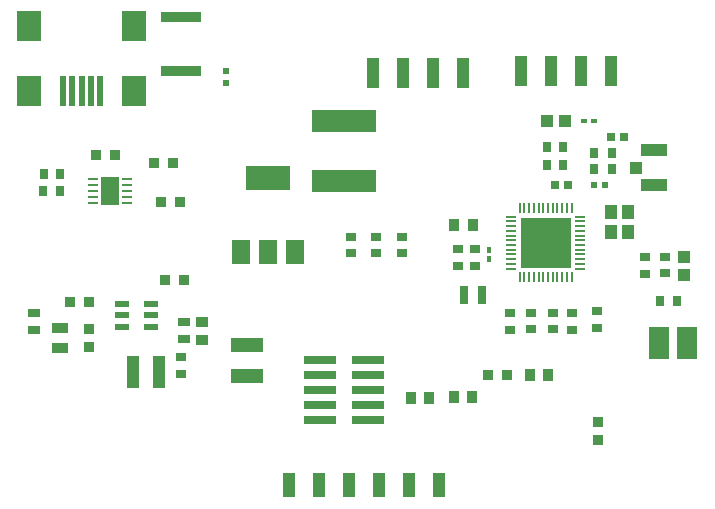
<source format=gtp>
G04 Layer_Color=8421504*
%FSLAX25Y25*%
%MOIN*%
G70*
G01*
G75*
%ADD11R,0.03701X0.02953*%
%ADD12R,0.04331X0.04724*%
%ADD13R,0.01575X0.02461*%
%ADD14R,0.03937X0.09842*%
%ADD15R,0.03347X0.03740*%
%ADD16R,0.02953X0.03701*%
%ADD17R,0.05787X0.03819*%
%ADD18R,0.03858X0.03071*%
%ADD19R,0.21732X0.07323*%
%ADD20R,0.10709X0.04961*%
%ADD21R,0.02362X0.02441*%
%ADD22R,0.13504X0.03347*%
%ADD23R,0.08661X0.04134*%
%ADD24R,0.04134X0.03937*%
%ADD25R,0.03937X0.10630*%
%ADD26R,0.02953X0.02559*%
%ADD27R,0.03937X0.03937*%
%ADD28R,0.03937X0.03937*%
%ADD29R,0.03543X0.03740*%
%ADD30R,0.03740X0.03543*%
%ADD31R,0.03937X0.03347*%
%ADD32R,0.02756X0.03543*%
%ADD33R,0.03661X0.03425*%
%ADD34R,0.02461X0.01575*%
%ADD35R,0.03347X0.03937*%
%ADD36R,0.03307X0.01024*%
%ADD37R,0.05905X0.09252*%
%ADD38R,0.04724X0.02362*%
%ADD39R,0.05900X0.07900*%
%ADD40R,0.15000X0.07900*%
%ADD41R,0.01968X0.09842*%
%ADD42R,0.07874X0.09842*%
%ADD43R,0.01968X0.02362*%
%ADD44R,0.07087X0.10827*%
%ADD45R,0.00866X0.03189*%
%ADD46R,0.03189X0.00866*%
%ADD47R,0.16535X0.16535*%
%ADD48R,0.03150X0.05905*%
%ADD49R,0.03937X0.07874*%
%ADD50R,0.10984X0.02913*%
%ADD51R,0.03740X0.03937*%
G36*
X235395Y98154D02*
X230198D01*
Y103350D01*
X235395D01*
Y98154D01*
D02*
G37*
G36*
X227127D02*
X221930D01*
Y103350D01*
X227127D01*
Y98154D01*
D02*
G37*
G36*
Y106421D02*
X221930D01*
Y111618D01*
X227127D01*
Y106421D01*
D02*
G37*
G36*
X85350Y119083D02*
X81647D01*
Y124913D01*
X85350D01*
Y119083D01*
D02*
G37*
G36*
X235395Y106421D02*
X230198D01*
Y111618D01*
X235395D01*
Y106421D01*
D02*
G37*
D11*
X268360Y100141D02*
D03*
Y94629D02*
D03*
X205000Y102756D02*
D03*
Y97244D02*
D03*
X107000Y66756D02*
D03*
Y61244D02*
D03*
X261844Y99956D02*
D03*
Y94444D02*
D03*
X216900Y75900D02*
D03*
Y81412D02*
D03*
X223800Y81468D02*
D03*
Y75956D02*
D03*
X199500Y102656D02*
D03*
Y97144D02*
D03*
X245700Y76544D02*
D03*
Y82056D02*
D03*
X231000Y81456D02*
D03*
Y75944D02*
D03*
X237400Y81356D02*
D03*
Y75844D02*
D03*
X163700Y106884D02*
D03*
Y101372D02*
D03*
X180700Y106884D02*
D03*
Y101372D02*
D03*
X172200Y106884D02*
D03*
Y101372D02*
D03*
D12*
X250444Y115047D02*
D03*
Y108353D02*
D03*
X255956D02*
D03*
Y115047D02*
D03*
D13*
X209800Y102522D02*
D03*
Y99278D02*
D03*
D14*
X171000Y161500D02*
D03*
X181000D02*
D03*
X191000D02*
D03*
X201000D02*
D03*
X220500Y162000D02*
D03*
X230500D02*
D03*
X240500D02*
D03*
X250500D02*
D03*
D15*
X209350Y60900D02*
D03*
X215650D02*
D03*
X85050Y134200D02*
D03*
X78750D02*
D03*
D16*
X66856Y127700D02*
D03*
X61344D02*
D03*
X61144Y122200D02*
D03*
X66656D02*
D03*
X229044Y130700D02*
D03*
X234556D02*
D03*
X229044Y136700D02*
D03*
X234556D02*
D03*
X272400Y85500D02*
D03*
X266888D02*
D03*
D17*
X66800Y76368D02*
D03*
Y69832D02*
D03*
D18*
X58000Y81256D02*
D03*
Y75744D02*
D03*
X108000Y72744D02*
D03*
Y78256D02*
D03*
D19*
X161500Y125539D02*
D03*
Y145461D02*
D03*
D20*
X129000Y60264D02*
D03*
Y70736D02*
D03*
D21*
X248415Y124000D02*
D03*
X244793D02*
D03*
D22*
X107000Y180110D02*
D03*
Y162000D02*
D03*
D23*
X264904Y135607D02*
D03*
Y123993D02*
D03*
D24*
X258900Y129800D02*
D03*
D25*
X90969Y61600D02*
D03*
X99631D02*
D03*
D26*
X231735Y124100D02*
D03*
X236065D02*
D03*
X250539Y140200D02*
D03*
X254869D02*
D03*
D27*
X274659Y94039D02*
D03*
Y99944D02*
D03*
D28*
X235053Y145500D02*
D03*
X229147D02*
D03*
D29*
X104474Y131500D02*
D03*
X98175D02*
D03*
X100350Y118500D02*
D03*
X106650D02*
D03*
X70150Y85100D02*
D03*
X76450D02*
D03*
X108150Y92500D02*
D03*
X101850D02*
D03*
D30*
X76300Y76250D02*
D03*
Y69950D02*
D03*
D31*
X114000Y78453D02*
D03*
Y72547D02*
D03*
D32*
X244898Y129500D02*
D03*
X250804D02*
D03*
X244851Y134700D02*
D03*
X250757D02*
D03*
D33*
X246000Y38929D02*
D03*
Y45071D02*
D03*
D34*
X244722Y145300D02*
D03*
X241478D02*
D03*
D35*
X183900Y53000D02*
D03*
X189805D02*
D03*
X204053Y53300D02*
D03*
X198147D02*
D03*
X229453Y60900D02*
D03*
X223547D02*
D03*
D36*
X77850Y125937D02*
D03*
Y123969D02*
D03*
Y120031D02*
D03*
Y122000D02*
D03*
X89150D02*
D03*
Y120031D02*
D03*
X77850Y118063D02*
D03*
X89150D02*
D03*
Y123969D02*
D03*
Y125937D02*
D03*
D37*
X83500Y122000D02*
D03*
D38*
X97221Y76860D02*
D03*
Y80600D02*
D03*
Y84340D02*
D03*
X87379D02*
D03*
Y80600D02*
D03*
Y76860D02*
D03*
D39*
X127100Y101600D02*
D03*
X136100D02*
D03*
X145100D02*
D03*
D40*
X136000Y126400D02*
D03*
D41*
X80258Y155425D02*
D03*
X77109D02*
D03*
X73959D02*
D03*
X70810D02*
D03*
X67660D02*
D03*
D42*
X91518D02*
D03*
X56400D02*
D03*
X91518Y177000D02*
D03*
X56400D02*
D03*
D43*
X122000Y161969D02*
D03*
Y158031D02*
D03*
D44*
X266376Y71500D02*
D03*
X275824D02*
D03*
D45*
X237324Y116500D02*
D03*
X235749D02*
D03*
X234174D02*
D03*
X232599D02*
D03*
X231024D02*
D03*
X229450D02*
D03*
X227875D02*
D03*
X226300D02*
D03*
X224725D02*
D03*
X223150D02*
D03*
X221576D02*
D03*
X220001D02*
D03*
Y93272D02*
D03*
X221576D02*
D03*
X223150D02*
D03*
X224725D02*
D03*
X226300D02*
D03*
X227875D02*
D03*
X229450D02*
D03*
X231024D02*
D03*
X232599D02*
D03*
X234174D02*
D03*
X235749D02*
D03*
X237324D02*
D03*
D46*
X240276Y96224D02*
D03*
Y97799D02*
D03*
Y99374D02*
D03*
Y100949D02*
D03*
Y102524D02*
D03*
Y104098D02*
D03*
Y105673D02*
D03*
Y107248D02*
D03*
Y108823D02*
D03*
Y110398D02*
D03*
Y111972D02*
D03*
Y113547D02*
D03*
X217048D02*
D03*
Y111972D02*
D03*
Y110398D02*
D03*
Y108823D02*
D03*
Y107248D02*
D03*
Y105673D02*
D03*
Y104098D02*
D03*
Y102524D02*
D03*
Y100949D02*
D03*
Y99374D02*
D03*
Y97799D02*
D03*
Y96224D02*
D03*
D47*
X228662Y104886D02*
D03*
D48*
X201547Y87300D02*
D03*
X207453D02*
D03*
D49*
X193200Y24071D02*
D03*
X183200D02*
D03*
X173200D02*
D03*
X163200D02*
D03*
X153200D02*
D03*
X143200D02*
D03*
D50*
X153588Y65700D02*
D03*
X169612D02*
D03*
X153588Y60700D02*
D03*
X169612D02*
D03*
X153588Y55700D02*
D03*
X169612D02*
D03*
X153588Y50700D02*
D03*
X169612D02*
D03*
X153588Y45700D02*
D03*
X169612D02*
D03*
D51*
X204350Y110800D02*
D03*
X198050D02*
D03*
M02*

</source>
